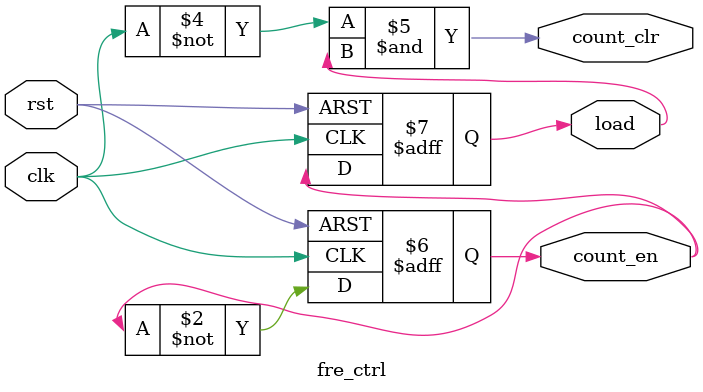
<source format=v>
`timescale 1ns / 1ps


module fre_ctrl(
clk,
rst,
count_en,
count_clr,
load
    );
    output count_en, count_clr, load;
    input clk, rst;
    reg count_en, load;
    always @(posedge clk or posedge rst)
        begin
            if (rst) begin count_en = 0; load = 1; end
            else begin count_en = ~ count_en; load = ~ count_en; end
        end
    assign count_clr = ~ clk & load;
endmodule

</source>
